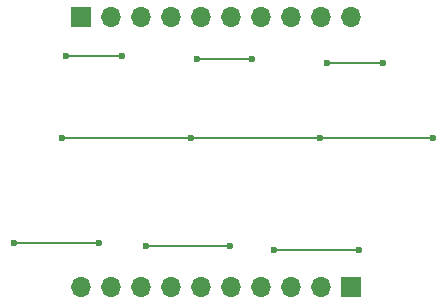
<source format=gbr>
%TF.GenerationSoftware,KiCad,Pcbnew,8.0.6*%
%TF.CreationDate,2024-11-07T23:38:59+00:00*%
%TF.ProjectId,pin_interface_circuit,70696e5f-696e-4746-9572-666163655f63,rev?*%
%TF.SameCoordinates,Original*%
%TF.FileFunction,Copper,L2,Bot*%
%TF.FilePolarity,Positive*%
%FSLAX46Y46*%
G04 Gerber Fmt 4.6, Leading zero omitted, Abs format (unit mm)*
G04 Created by KiCad (PCBNEW 8.0.6) date 2024-11-07 23:38:59*
%MOMM*%
%LPD*%
G01*
G04 APERTURE LIST*
%TA.AperFunction,ComponentPad*%
%ADD10R,1.700000X1.700000*%
%TD*%
%TA.AperFunction,ComponentPad*%
%ADD11O,1.700000X1.700000*%
%TD*%
%TA.AperFunction,ViaPad*%
%ADD12C,0.600000*%
%TD*%
%TA.AperFunction,Conductor*%
%ADD13C,0.200000*%
%TD*%
G04 APERTURE END LIST*
D10*
%TO.P,J1,1,Pin_1*%
%TO.N,GND*%
X141780000Y-96500000D03*
D11*
%TO.P,J1,2,Pin_2*%
%TO.N,/GS3*%
X139240000Y-96500000D03*
%TO.P,J1,3,Pin_3*%
%TO.N,/HVS3*%
X136700000Y-96500000D03*
%TO.P,J1,4,Pin_4*%
%TO.N,/GS2*%
X134160000Y-96500000D03*
%TO.P,J1,5,Pin_5*%
%TO.N,/HVS2*%
X131620000Y-96500000D03*
%TO.P,J1,6,Pin_6*%
%TO.N,/GS1*%
X129080000Y-96500000D03*
%TO.P,J1,7,Pin_7*%
%TO.N,/HVS1*%
X126540000Y-96500000D03*
%TO.P,J1,8,Pin_8*%
%TO.N,/GS0*%
X124000000Y-96500000D03*
%TO.P,J1,9,Pin_9*%
%TO.N,/HVS0*%
X121460000Y-96500000D03*
%TO.P,J1,10,Pin_10*%
%TO.N,unconnected-(J1-Pin_10-Pad10)*%
X118920000Y-96500000D03*
%TD*%
D10*
%TO.P,J2,1,Pin_1*%
%TO.N,/LIO0*%
X118920000Y-73660000D03*
D11*
%TO.P,J2,2,Pin_2*%
%TO.N,/LV*%
X121460000Y-73660000D03*
%TO.P,J2,3,Pin_3*%
%TO.N,/HIO0*%
X124000000Y-73660000D03*
%TO.P,J2,4,Pin_4*%
%TO.N,/LIO1*%
X126540000Y-73660000D03*
%TO.P,J2,5,Pin_5*%
%TO.N,/HIO1*%
X129080000Y-73660000D03*
%TO.P,J2,6,Pin_6*%
%TO.N,/LIO2*%
X131620000Y-73660000D03*
%TO.P,J2,7,Pin_7*%
%TO.N,/HIO2*%
X134160000Y-73660000D03*
%TO.P,J2,8,Pin_8*%
%TO.N,/LIO3*%
X136700000Y-73660000D03*
%TO.P,J2,9,Pin_9*%
%TO.N,/HV*%
X139240000Y-73660000D03*
%TO.P,J2,10,Pin_10*%
%TO.N,/HIO3*%
X141780000Y-73660000D03*
%TD*%
D12*
%TO.N,GND*%
X142400000Y-93400000D03*
X131500000Y-93050000D03*
X120375000Y-92800000D03*
X135250000Y-93400000D03*
X124350000Y-93050000D03*
X113225000Y-92800000D03*
%TO.N,/LV*%
X144450000Y-77600000D03*
X128700000Y-77250000D03*
X122350000Y-77000000D03*
X117650000Y-77000000D03*
X139750000Y-77600000D03*
X133400000Y-77250000D03*
%TO.N,/HV*%
X139120000Y-83920000D03*
X117300000Y-83920000D03*
X128210000Y-83920000D03*
X148680000Y-83920000D03*
%TD*%
D13*
%TO.N,GND*%
X135250000Y-93400000D02*
X142400000Y-93400000D01*
X124350000Y-93050000D02*
X131500000Y-93050000D01*
X113225000Y-92800000D02*
X120375000Y-92800000D01*
%TO.N,/LV*%
X117650000Y-77000000D02*
X122350000Y-77000000D01*
X128700000Y-77250000D02*
X133400000Y-77250000D01*
X139750000Y-77600000D02*
X144450000Y-77600000D01*
%TO.N,/HV*%
X117300000Y-83920000D02*
X128210000Y-83920000D01*
X128210000Y-83920000D02*
X139120000Y-83920000D01*
X139120000Y-83920000D02*
X148680000Y-83920000D01*
%TD*%
M02*

</source>
